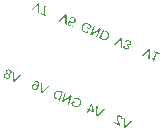
<source format=gbr>
G04 EAGLE Gerber RS-274X export*
G75*
%MOMM*%
%FSLAX34Y34*%
%LPD*%
%INSilkscreen Bottom*%
%IPPOS*%
%AMOC8*
5,1,8,0,0,1.08239X$1,22.5*%
G01*
G04 Define Apertures*
G36*
X-89680Y-163978D02*
X-93824Y-162262D01*
X-92443Y-158239D01*
X-91532Y-158616D01*
X-91424Y-158816D01*
X-91307Y-158995D01*
X-91182Y-159153D01*
X-91048Y-159290D01*
X-90903Y-159411D01*
X-90746Y-159520D01*
X-90576Y-159616D01*
X-90393Y-159700D01*
X-90214Y-159767D01*
X-90039Y-159816D01*
X-89867Y-159848D01*
X-89699Y-159864D01*
X-89535Y-159862D01*
X-89375Y-159843D01*
X-89219Y-159806D01*
X-89066Y-159753D01*
X-88921Y-159684D01*
X-88785Y-159602D01*
X-88659Y-159505D01*
X-88543Y-159395D01*
X-88437Y-159272D01*
X-88341Y-159134D01*
X-88255Y-158983D01*
X-88179Y-158817D01*
X-88106Y-158622D01*
X-88050Y-158432D01*
X-88012Y-158247D01*
X-87992Y-158067D01*
X-87989Y-157892D01*
X-88005Y-157722D01*
X-88037Y-157557D01*
X-88088Y-157397D01*
X-88155Y-157245D01*
X-88238Y-157103D01*
X-88337Y-156971D01*
X-88453Y-156848D01*
X-88584Y-156736D01*
X-88732Y-156634D01*
X-88895Y-156541D01*
X-89075Y-156458D01*
X-89372Y-156355D01*
X-89655Y-156297D01*
X-89923Y-156285D01*
X-90176Y-156319D01*
X-90414Y-156398D01*
X-90637Y-156524D01*
X-90845Y-156695D01*
X-91038Y-156912D01*
X-91935Y-156413D01*
X-91802Y-156229D01*
X-91659Y-156062D01*
X-91507Y-155915D01*
X-91346Y-155786D01*
X-91176Y-155675D01*
X-90996Y-155582D01*
X-90808Y-155508D01*
X-90610Y-155453D01*
X-90404Y-155416D01*
X-90192Y-155398D01*
X-89973Y-155399D01*
X-89747Y-155419D01*
X-89515Y-155458D01*
X-89277Y-155516D01*
X-89032Y-155593D01*
X-88780Y-155689D01*
X-88489Y-155822D01*
X-88223Y-155969D01*
X-87981Y-156129D01*
X-87766Y-156303D01*
X-87575Y-156492D01*
X-87409Y-156694D01*
X-87269Y-156909D01*
X-87153Y-157139D01*
X-87064Y-157379D01*
X-87003Y-157625D01*
X-86970Y-157878D01*
X-86964Y-158137D01*
X-86986Y-158403D01*
X-87036Y-158675D01*
X-87114Y-158954D01*
X-87220Y-159239D01*
X-87332Y-159482D01*
X-87460Y-159705D01*
X-87602Y-159908D01*
X-87760Y-160091D01*
X-87933Y-160254D01*
X-88120Y-160396D01*
X-88323Y-160518D01*
X-88540Y-160619D01*
X-88768Y-160698D01*
X-89001Y-160752D01*
X-89240Y-160780D01*
X-89485Y-160783D01*
X-89734Y-160760D01*
X-89990Y-160712D01*
X-90251Y-160639D01*
X-90517Y-160540D01*
X-90734Y-160442D01*
X-90936Y-160332D01*
X-91123Y-160212D01*
X-91295Y-160082D01*
X-91452Y-159940D01*
X-91593Y-159788D01*
X-91719Y-159625D01*
X-91830Y-159451D01*
X-92648Y-161822D01*
X-89352Y-163187D01*
X-89680Y-163978D01*
G37*
G36*
X-94756Y-161875D02*
X-95796Y-161445D01*
X-95678Y-155481D01*
X-95579Y-154013D01*
X-96547Y-155121D01*
X-100691Y-159417D01*
X-101731Y-158987D01*
X-95736Y-152929D01*
X-94712Y-153353D01*
X-94756Y-161875D01*
G37*
G36*
X-144607Y-207884D02*
X-144860Y-207871D01*
X-145122Y-207833D01*
X-145392Y-207772D01*
X-145672Y-207686D01*
X-145959Y-207577D01*
X-146247Y-207448D01*
X-146510Y-207308D01*
X-146748Y-207158D01*
X-146962Y-206997D01*
X-147150Y-206826D01*
X-147314Y-206645D01*
X-147453Y-206453D01*
X-147568Y-206251D01*
X-147657Y-206040D01*
X-147720Y-205824D01*
X-147758Y-205603D01*
X-147769Y-205376D01*
X-147755Y-205143D01*
X-147715Y-204905D01*
X-147649Y-204661D01*
X-147558Y-204412D01*
X-147479Y-204238D01*
X-147391Y-204077D01*
X-147294Y-203929D01*
X-147188Y-203793D01*
X-146949Y-203559D01*
X-146674Y-203375D01*
X-146647Y-203364D01*
X-146371Y-203247D01*
X-146048Y-203180D01*
X-145879Y-203170D01*
X-145705Y-203176D01*
X-145526Y-203196D01*
X-145342Y-203233D01*
X-145333Y-203212D01*
X-145584Y-203013D01*
X-145785Y-202784D01*
X-145929Y-202537D01*
X-145936Y-202525D01*
X-146038Y-202235D01*
X-146089Y-201929D01*
X-146088Y-201622D01*
X-146036Y-201312D01*
X-145932Y-201000D01*
X-145835Y-200794D01*
X-145724Y-200606D01*
X-145597Y-200438D01*
X-145456Y-200290D01*
X-145299Y-200160D01*
X-145128Y-200050D01*
X-144942Y-199959D01*
X-144741Y-199887D01*
X-144529Y-199836D01*
X-144309Y-199806D01*
X-144082Y-199798D01*
X-143847Y-199812D01*
X-143604Y-199847D01*
X-143354Y-199905D01*
X-143097Y-199983D01*
X-142831Y-200084D01*
X-142579Y-200198D01*
X-142346Y-200323D01*
X-142134Y-200458D01*
X-141941Y-200604D01*
X-141769Y-200761D01*
X-141617Y-200928D01*
X-141484Y-201106D01*
X-141372Y-201295D01*
X-141282Y-201489D01*
X-141215Y-201686D01*
X-141171Y-201884D01*
X-141151Y-202085D01*
X-141155Y-202287D01*
X-141183Y-202490D01*
X-141233Y-202696D01*
X-141308Y-202903D01*
X-141455Y-203197D01*
X-141637Y-203454D01*
X-141853Y-203672D01*
X-142104Y-203852D01*
X-142380Y-203987D01*
X-142670Y-204068D01*
X-142975Y-204095D01*
X-143294Y-204069D01*
X-143302Y-204089D01*
X-143160Y-204186D01*
X-143030Y-204291D01*
X-142806Y-204529D01*
X-142629Y-204802D01*
X-142502Y-205112D01*
X-142429Y-205444D01*
X-142417Y-205612D01*
X-142420Y-205782D01*
X-142439Y-205954D01*
X-142474Y-206128D01*
X-142524Y-206304D01*
X-142590Y-206482D01*
X-142703Y-206725D01*
X-142830Y-206945D01*
X-142972Y-207142D01*
X-143129Y-207316D01*
X-143300Y-207467D01*
X-143486Y-207595D01*
X-143686Y-207700D01*
X-143901Y-207781D01*
X-144128Y-207839D01*
X-144363Y-207874D01*
X-144607Y-207884D01*
G37*
%LPC*%
G36*
X-144809Y-207063D02*
X-144656Y-207051D01*
X-144511Y-207022D01*
X-144372Y-206976D01*
X-144241Y-206913D01*
X-144116Y-206833D01*
X-143999Y-206737D01*
X-143889Y-206624D01*
X-143786Y-206495D01*
X-143690Y-206348D01*
X-143602Y-206185D01*
X-143520Y-206006D01*
X-143461Y-205846D01*
X-143418Y-205689D01*
X-143392Y-205536D01*
X-143381Y-205387D01*
X-143386Y-205241D01*
X-143407Y-205098D01*
X-143498Y-204824D01*
X-143649Y-204572D01*
X-143747Y-204457D01*
X-143859Y-204349D01*
X-143985Y-204250D01*
X-144126Y-204157D01*
X-144282Y-204073D01*
X-144452Y-203995D01*
X-144805Y-203874D01*
X-145135Y-203813D01*
X-145443Y-203812D01*
X-145727Y-203870D01*
X-145859Y-203922D01*
X-145984Y-203990D01*
X-146099Y-204073D01*
X-146207Y-204172D01*
X-146306Y-204287D01*
X-146397Y-204417D01*
X-146480Y-204563D01*
X-146554Y-204725D01*
X-146628Y-204920D01*
X-146684Y-205106D01*
X-146724Y-205283D01*
X-146746Y-205452D01*
X-146751Y-205612D01*
X-146739Y-205764D01*
X-146709Y-205906D01*
X-146662Y-206041D01*
X-146599Y-206167D01*
X-146518Y-206287D01*
X-146421Y-206401D01*
X-146306Y-206509D01*
X-146175Y-206610D01*
X-146027Y-206704D01*
X-145862Y-206793D01*
X-145681Y-206875D01*
X-145492Y-206946D01*
X-145311Y-207000D01*
X-145136Y-207038D01*
X-144969Y-207059D01*
X-144809Y-207063D01*
G37*
G36*
X-143565Y-203448D02*
X-143290Y-203442D01*
X-143035Y-203379D01*
X-142805Y-203260D01*
X-142603Y-203086D01*
X-142430Y-202856D01*
X-142354Y-202721D01*
X-142286Y-202571D01*
X-142187Y-202273D01*
X-142148Y-201996D01*
X-142168Y-201739D01*
X-142246Y-201502D01*
X-142381Y-201287D01*
X-142572Y-201095D01*
X-142818Y-200925D01*
X-143119Y-200777D01*
X-143444Y-200665D01*
X-143744Y-200609D01*
X-144017Y-200609D01*
X-144263Y-200665D01*
X-144484Y-200778D01*
X-144677Y-200946D01*
X-144845Y-201171D01*
X-144986Y-201452D01*
X-145095Y-201777D01*
X-145127Y-201928D01*
X-145142Y-202072D01*
X-145142Y-202209D01*
X-145126Y-202338D01*
X-145095Y-202460D01*
X-145048Y-202575D01*
X-144912Y-202787D01*
X-144720Y-202977D01*
X-144474Y-203146D01*
X-144173Y-203293D01*
X-143859Y-203398D01*
X-143565Y-203448D01*
G37*
%LPD*%
G36*
X-138916Y-210374D02*
X-139940Y-209949D01*
X-139895Y-201428D01*
X-138855Y-201858D01*
X-138974Y-207822D01*
X-139073Y-209290D01*
X-138105Y-208182D01*
X-133961Y-203886D01*
X-132921Y-204316D01*
X-138916Y-210374D01*
G37*
G36*
X-118223Y-152155D02*
X-119263Y-151725D01*
X-119144Y-145761D01*
X-119045Y-144292D01*
X-120014Y-145401D01*
X-124157Y-149697D01*
X-125197Y-149267D01*
X-119203Y-143209D01*
X-118178Y-143633D01*
X-118223Y-152155D01*
G37*
G36*
X-112810Y-154397D02*
X-117627Y-152402D01*
X-117299Y-151611D01*
X-113383Y-153233D01*
X-113622Y-151989D01*
X-113785Y-150845D01*
X-113839Y-150311D01*
X-113874Y-149801D01*
X-113891Y-149316D01*
X-113888Y-148856D01*
X-113868Y-148415D01*
X-113831Y-147986D01*
X-113778Y-147569D01*
X-113708Y-147165D01*
X-113622Y-146773D01*
X-113518Y-146393D01*
X-113399Y-146025D01*
X-113262Y-145670D01*
X-112290Y-146073D01*
X-112482Y-146579D01*
X-112643Y-147088D01*
X-112771Y-147602D01*
X-112867Y-148118D01*
X-112933Y-148644D01*
X-112972Y-149186D01*
X-112984Y-149742D01*
X-112967Y-150314D01*
X-112916Y-150956D01*
X-112820Y-151725D01*
X-112681Y-152620D01*
X-112497Y-153642D01*
X-112810Y-154397D01*
G37*
G36*
X-24357Y-191036D02*
X-25397Y-190605D01*
X-25278Y-184641D01*
X-25179Y-183173D01*
X-26147Y-184281D01*
X-30291Y-188578D01*
X-31331Y-188147D01*
X-25337Y-182090D01*
X-24312Y-182514D01*
X-24357Y-191036D01*
G37*
G36*
X-20703Y-192549D02*
X-21562Y-192194D01*
X-22794Y-190295D01*
X-22430Y-189416D01*
X-21271Y-191272D01*
X-18948Y-185663D01*
X-20805Y-184894D01*
X-20477Y-184102D01*
X-15909Y-185995D01*
X-16237Y-186786D01*
X-18011Y-186051D01*
X-20703Y-192549D01*
G37*
G36*
X-43640Y-182942D02*
X-43875Y-182929D01*
X-44119Y-182893D01*
X-44372Y-182835D01*
X-44633Y-182755D01*
X-44903Y-182653D01*
X-45145Y-182543D01*
X-45369Y-182423D01*
X-45575Y-182292D01*
X-45763Y-182149D01*
X-45934Y-181996D01*
X-46086Y-181832D01*
X-46221Y-181657D01*
X-46338Y-181470D01*
X-46434Y-181276D01*
X-46509Y-181077D01*
X-46563Y-180872D01*
X-46594Y-180661D01*
X-46604Y-180445D01*
X-46591Y-180224D01*
X-46557Y-179998D01*
X-46501Y-179766D01*
X-45535Y-180082D01*
X-45596Y-180374D01*
X-45604Y-180650D01*
X-45559Y-180910D01*
X-45461Y-181155D01*
X-45314Y-181378D01*
X-45120Y-181573D01*
X-44881Y-181742D01*
X-44596Y-181883D01*
X-44269Y-181993D01*
X-43967Y-182044D01*
X-43688Y-182036D01*
X-43434Y-181967D01*
X-43207Y-181845D01*
X-43010Y-181674D01*
X-42843Y-181454D01*
X-42707Y-181186D01*
X-42654Y-181040D01*
X-42618Y-180896D01*
X-42598Y-180755D01*
X-42595Y-180617D01*
X-42608Y-180481D01*
X-42638Y-180347D01*
X-42746Y-180088D01*
X-42918Y-179846D01*
X-43150Y-179627D01*
X-43443Y-179433D01*
X-43795Y-179262D01*
X-44303Y-179052D01*
X-43968Y-178245D01*
X-43440Y-178464D01*
X-43025Y-178611D01*
X-42643Y-178696D01*
X-42465Y-178715D01*
X-42295Y-178718D01*
X-42134Y-178706D01*
X-41980Y-178678D01*
X-41837Y-178635D01*
X-41704Y-178578D01*
X-41582Y-178506D01*
X-41472Y-178421D01*
X-41372Y-178322D01*
X-41283Y-178208D01*
X-41205Y-178080D01*
X-41138Y-177939D01*
X-41076Y-177771D01*
X-41030Y-177608D01*
X-41002Y-177450D01*
X-40990Y-177298D01*
X-40995Y-177152D01*
X-41017Y-177010D01*
X-41056Y-176874D01*
X-41112Y-176743D01*
X-41269Y-176501D01*
X-41481Y-176286D01*
X-41749Y-176098D01*
X-42073Y-175939D01*
X-42413Y-175822D01*
X-42732Y-175761D01*
X-43029Y-175756D01*
X-43305Y-175807D01*
X-43560Y-175915D01*
X-43794Y-176079D01*
X-44006Y-176298D01*
X-44197Y-176574D01*
X-45123Y-176088D01*
X-44986Y-175867D01*
X-44838Y-175668D01*
X-44679Y-175492D01*
X-44510Y-175337D01*
X-44330Y-175203D01*
X-44140Y-175092D01*
X-43939Y-175003D01*
X-43728Y-174935D01*
X-43507Y-174890D01*
X-43279Y-174865D01*
X-43044Y-174862D01*
X-42801Y-174881D01*
X-42551Y-174920D01*
X-42293Y-174982D01*
X-42027Y-175064D01*
X-41754Y-175168D01*
X-41469Y-175296D01*
X-41208Y-175435D01*
X-40971Y-175584D01*
X-40759Y-175743D01*
X-40570Y-175912D01*
X-40407Y-176091D01*
X-40267Y-176281D01*
X-40152Y-176480D01*
X-40062Y-176688D01*
X-39998Y-176902D01*
X-39959Y-177121D01*
X-39947Y-177347D01*
X-39961Y-177578D01*
X-40000Y-177816D01*
X-40066Y-178059D01*
X-40158Y-178308D01*
X-40235Y-178476D01*
X-40324Y-178631D01*
X-40425Y-178772D01*
X-40536Y-178900D01*
X-40658Y-179015D01*
X-40792Y-179116D01*
X-40937Y-179204D01*
X-41093Y-179279D01*
X-41258Y-179339D01*
X-41429Y-179382D01*
X-41607Y-179409D01*
X-41791Y-179420D01*
X-41982Y-179415D01*
X-42179Y-179393D01*
X-42382Y-179354D01*
X-42593Y-179300D01*
X-42601Y-179321D01*
X-42290Y-179561D01*
X-42038Y-179818D01*
X-41845Y-180092D01*
X-41711Y-180383D01*
X-41637Y-180689D01*
X-41624Y-180847D01*
X-41626Y-181007D01*
X-41644Y-181171D01*
X-41677Y-181338D01*
X-41726Y-181508D01*
X-41791Y-181681D01*
X-41892Y-181898D01*
X-42007Y-182095D01*
X-42136Y-182272D01*
X-42278Y-182428D01*
X-42435Y-182564D01*
X-42605Y-182680D01*
X-42789Y-182775D01*
X-42987Y-182849D01*
X-43196Y-182903D01*
X-43414Y-182934D01*
X-43640Y-182942D01*
G37*
G36*
X-47823Y-181316D02*
X-48863Y-180885D01*
X-48745Y-174921D01*
X-48646Y-173453D01*
X-49614Y-174561D01*
X-53758Y-178858D01*
X-54797Y-178427D01*
X-48803Y-172369D01*
X-47779Y-172794D01*
X-47823Y-181316D01*
G37*
G36*
X-76246Y-236332D02*
X-77126Y-235968D01*
X-76442Y-234317D01*
X-77467Y-233893D01*
X-77162Y-233159D01*
X-76138Y-233583D01*
X-74107Y-228678D01*
X-73129Y-229083D01*
X-71828Y-235380D01*
X-72128Y-236105D01*
X-75563Y-234682D01*
X-76246Y-236332D01*
G37*
%LPC*%
G36*
X-72682Y-235014D02*
X-72722Y-234877D01*
X-72843Y-234378D01*
X-73570Y-230852D01*
X-73631Y-230427D01*
X-73662Y-230093D01*
X-75259Y-233947D01*
X-72682Y-235014D01*
G37*
%LPD*%
G36*
X-68516Y-239534D02*
X-69540Y-239110D01*
X-69496Y-230588D01*
X-68456Y-231019D01*
X-68574Y-236983D01*
X-68673Y-238451D01*
X-67705Y-237343D01*
X-63561Y-233046D01*
X-62522Y-233477D01*
X-68516Y-239534D01*
G37*
G36*
X-45049Y-249254D02*
X-46074Y-248830D01*
X-46029Y-240308D01*
X-44989Y-240739D01*
X-45108Y-246703D01*
X-45207Y-248171D01*
X-44239Y-247063D01*
X-40095Y-242766D01*
X-39055Y-243197D01*
X-45049Y-249254D01*
G37*
G36*
X-49634Y-247355D02*
X-54461Y-245356D01*
X-54134Y-244564D01*
X-50331Y-246139D01*
X-50345Y-245919D01*
X-50382Y-245686D01*
X-50443Y-245438D01*
X-50526Y-245177D01*
X-50767Y-244591D01*
X-51110Y-243908D01*
X-51700Y-242768D01*
X-51900Y-242338D01*
X-52036Y-242002D01*
X-52129Y-241719D01*
X-52198Y-241444D01*
X-52244Y-241180D01*
X-52266Y-240925D01*
X-52264Y-240680D01*
X-52237Y-240445D01*
X-52186Y-240218D01*
X-52110Y-240002D01*
X-52005Y-239773D01*
X-51886Y-239566D01*
X-51755Y-239380D01*
X-51611Y-239215D01*
X-51454Y-239072D01*
X-51284Y-238950D01*
X-51102Y-238849D01*
X-50906Y-238770D01*
X-50700Y-238713D01*
X-50484Y-238678D01*
X-50259Y-238667D01*
X-50025Y-238678D01*
X-49781Y-238712D01*
X-49529Y-238769D01*
X-49267Y-238849D01*
X-48996Y-238952D01*
X-48754Y-239062D01*
X-48531Y-239183D01*
X-48325Y-239315D01*
X-48137Y-239459D01*
X-47968Y-239615D01*
X-47816Y-239782D01*
X-47683Y-239960D01*
X-47568Y-240150D01*
X-47472Y-240347D01*
X-47398Y-240549D01*
X-47346Y-240755D01*
X-47314Y-240965D01*
X-47304Y-241180D01*
X-47315Y-241399D01*
X-47348Y-241622D01*
X-47402Y-241849D01*
X-48390Y-241543D01*
X-48330Y-241244D01*
X-48322Y-240962D01*
X-48368Y-240697D01*
X-48467Y-240447D01*
X-48614Y-240220D01*
X-48804Y-240023D01*
X-49037Y-239856D01*
X-49313Y-239718D01*
X-49618Y-239616D01*
X-49905Y-239569D01*
X-50175Y-239579D01*
X-50428Y-239644D01*
X-50658Y-239762D01*
X-50857Y-239933D01*
X-51027Y-240155D01*
X-51166Y-240429D01*
X-51243Y-240651D01*
X-51290Y-240872D01*
X-51306Y-241092D01*
X-51292Y-241311D01*
X-51254Y-241530D01*
X-51198Y-241752D01*
X-51035Y-242205D01*
X-50816Y-242671D01*
X-50558Y-243154D01*
X-50283Y-243660D01*
X-50016Y-244194D01*
X-49771Y-244761D01*
X-49564Y-245363D01*
X-49481Y-245679D01*
X-49419Y-246007D01*
X-49380Y-246347D01*
X-49362Y-246698D01*
X-49634Y-247355D01*
G37*
G36*
X-121436Y-217467D02*
X-121722Y-217466D01*
X-122014Y-217429D01*
X-122312Y-217356D01*
X-122617Y-217246D01*
X-122881Y-217125D01*
X-123121Y-216988D01*
X-123338Y-216838D01*
X-123531Y-216672D01*
X-123701Y-216492D01*
X-123847Y-216297D01*
X-123970Y-216087D01*
X-124069Y-215863D01*
X-124143Y-215628D01*
X-124192Y-215385D01*
X-124215Y-215136D01*
X-124211Y-214879D01*
X-124182Y-214616D01*
X-124128Y-214345D01*
X-124047Y-214067D01*
X-123940Y-213782D01*
X-123824Y-213527D01*
X-123694Y-213292D01*
X-123551Y-213079D01*
X-123396Y-212887D01*
X-123227Y-212716D01*
X-123046Y-212566D01*
X-122852Y-212438D01*
X-122645Y-212331D01*
X-122429Y-212247D01*
X-122208Y-212188D01*
X-121983Y-212155D01*
X-121752Y-212146D01*
X-121517Y-212163D01*
X-121277Y-212204D01*
X-121032Y-212271D01*
X-120782Y-212363D01*
X-120500Y-212498D01*
X-120246Y-212657D01*
X-120023Y-212839D01*
X-119829Y-213046D01*
X-119668Y-213273D01*
X-119545Y-213517D01*
X-119460Y-213779D01*
X-119412Y-214058D01*
X-119277Y-213714D01*
X-119165Y-213385D01*
X-119075Y-213071D01*
X-119007Y-212772D01*
X-118961Y-212488D01*
X-118938Y-212219D01*
X-118937Y-211966D01*
X-118958Y-211727D01*
X-119001Y-211506D01*
X-119065Y-211303D01*
X-119149Y-211118D01*
X-119255Y-210952D01*
X-119381Y-210805D01*
X-119528Y-210676D01*
X-119696Y-210566D01*
X-119885Y-210474D01*
X-120112Y-210396D01*
X-120330Y-210355D01*
X-120539Y-210349D01*
X-120740Y-210380D01*
X-120932Y-210447D01*
X-121114Y-210551D01*
X-121288Y-210691D01*
X-121454Y-210867D01*
X-122277Y-210338D01*
X-122006Y-210042D01*
X-121717Y-209808D01*
X-121408Y-209637D01*
X-121081Y-209528D01*
X-120910Y-209497D01*
X-120735Y-209481D01*
X-120554Y-209481D01*
X-120370Y-209497D01*
X-120180Y-209528D01*
X-119985Y-209574D01*
X-119786Y-209637D01*
X-119582Y-209714D01*
X-119285Y-209856D01*
X-119018Y-210022D01*
X-118783Y-210212D01*
X-118579Y-210427D01*
X-118406Y-210666D01*
X-118263Y-210929D01*
X-118152Y-211216D01*
X-118072Y-211528D01*
X-118024Y-211861D01*
X-118009Y-212212D01*
X-118026Y-212583D01*
X-118075Y-212972D01*
X-118157Y-213380D01*
X-118272Y-213807D01*
X-118419Y-214252D01*
X-118599Y-214716D01*
X-118785Y-215136D01*
X-118980Y-215521D01*
X-119185Y-215872D01*
X-119400Y-216189D01*
X-119624Y-216471D01*
X-119858Y-216719D01*
X-120102Y-216932D01*
X-120355Y-217110D01*
X-120616Y-217254D01*
X-120883Y-217361D01*
X-121156Y-217432D01*
X-121436Y-217467D01*
G37*
%LPC*%
G36*
X-121788Y-216622D02*
X-121627Y-216620D01*
X-121465Y-216598D01*
X-121305Y-216556D01*
X-121144Y-216495D01*
X-120984Y-216413D01*
X-120829Y-216314D01*
X-120683Y-216201D01*
X-120545Y-216072D01*
X-120417Y-215928D01*
X-120298Y-215770D01*
X-120188Y-215596D01*
X-120087Y-215408D01*
X-119995Y-215204D01*
X-119934Y-215039D01*
X-119890Y-214878D01*
X-119861Y-214721D01*
X-119849Y-214567D01*
X-119853Y-214417D01*
X-119873Y-214271D01*
X-119910Y-214129D01*
X-119962Y-213991D01*
X-120110Y-213735D01*
X-120308Y-213513D01*
X-120426Y-213416D01*
X-120557Y-213327D01*
X-120701Y-213246D01*
X-120858Y-213174D01*
X-121029Y-213111D01*
X-121196Y-213065D01*
X-121360Y-213037D01*
X-121519Y-213026D01*
X-121675Y-213032D01*
X-121826Y-213056D01*
X-121973Y-213097D01*
X-122117Y-213156D01*
X-122255Y-213231D01*
X-122385Y-213323D01*
X-122508Y-213431D01*
X-122623Y-213555D01*
X-122731Y-213696D01*
X-122832Y-213853D01*
X-122925Y-214026D01*
X-123011Y-214216D01*
X-123085Y-214411D01*
X-123142Y-214601D01*
X-123183Y-214784D01*
X-123208Y-214963D01*
X-123216Y-215135D01*
X-123208Y-215302D01*
X-123184Y-215463D01*
X-123143Y-215619D01*
X-123087Y-215767D01*
X-123016Y-215904D01*
X-122930Y-216031D01*
X-122829Y-216147D01*
X-122713Y-216253D01*
X-122582Y-216349D01*
X-122436Y-216434D01*
X-122275Y-216509D01*
X-122113Y-216566D01*
X-121950Y-216604D01*
X-121788Y-216622D01*
G37*
%LPD*%
G36*
X-115449Y-220094D02*
X-116473Y-219670D01*
X-116429Y-211148D01*
X-115389Y-211578D01*
X-115507Y-217542D01*
X-115606Y-219010D01*
X-114638Y-217902D01*
X-110495Y-213606D01*
X-109455Y-214036D01*
X-115449Y-220094D01*
G37*
G36*
X-62300Y-174894D02*
X-62698Y-174883D01*
X-63110Y-174831D01*
X-63537Y-174739D01*
X-63979Y-174607D01*
X-64435Y-174435D01*
X-66846Y-173436D01*
X-63826Y-166147D01*
X-61100Y-167276D01*
X-60843Y-167391D01*
X-60599Y-167516D01*
X-60369Y-167653D01*
X-60153Y-167800D01*
X-59950Y-167958D01*
X-59761Y-168127D01*
X-59585Y-168307D01*
X-59423Y-168498D01*
X-59277Y-168698D01*
X-59146Y-168905D01*
X-59033Y-169120D01*
X-58936Y-169343D01*
X-58855Y-169573D01*
X-58791Y-169811D01*
X-58744Y-170057D01*
X-58713Y-170310D01*
X-58700Y-170569D01*
X-58704Y-170830D01*
X-58725Y-171095D01*
X-58763Y-171363D01*
X-58819Y-171634D01*
X-58892Y-171908D01*
X-58983Y-172186D01*
X-59091Y-172466D01*
X-59279Y-172875D01*
X-59489Y-173247D01*
X-59719Y-173582D01*
X-59971Y-173878D01*
X-60244Y-174138D01*
X-60539Y-174359D01*
X-60854Y-174544D01*
X-61192Y-174690D01*
X-61547Y-174798D01*
X-61916Y-174866D01*
X-62300Y-174894D01*
G37*
%LPC*%
G36*
X-62513Y-173978D02*
X-62225Y-173954D01*
X-61948Y-173900D01*
X-61683Y-173814D01*
X-61431Y-173698D01*
X-61194Y-173553D01*
X-60972Y-173377D01*
X-60765Y-173172D01*
X-60573Y-172937D01*
X-60395Y-172673D01*
X-60232Y-172379D01*
X-60085Y-172055D01*
X-59925Y-171611D01*
X-59818Y-171180D01*
X-59764Y-170762D01*
X-59763Y-170357D01*
X-59815Y-169971D01*
X-59918Y-169608D01*
X-60072Y-169270D01*
X-60277Y-168956D01*
X-60530Y-168671D01*
X-60824Y-168421D01*
X-61162Y-168204D01*
X-61541Y-168021D01*
X-63166Y-167348D01*
X-65530Y-173054D01*
X-64128Y-173635D01*
X-63781Y-173765D01*
X-63447Y-173865D01*
X-63124Y-173933D01*
X-62813Y-173971D01*
X-62513Y-173978D01*
G37*
%LPD*%
G36*
X-68578Y-172719D02*
X-69468Y-172350D01*
X-67488Y-167570D01*
X-67226Y-166981D01*
X-66817Y-166126D01*
X-73348Y-170743D01*
X-74497Y-170267D01*
X-71477Y-162978D01*
X-70597Y-163342D01*
X-72603Y-168185D01*
X-72987Y-169038D01*
X-73221Y-169529D01*
X-66748Y-164936D01*
X-65558Y-165429D01*
X-68578Y-172719D01*
G37*
G36*
X-77580Y-168751D02*
X-77824Y-168747D01*
X-78078Y-168724D01*
X-78340Y-168683D01*
X-78612Y-168623D01*
X-78892Y-168544D01*
X-79181Y-168447D01*
X-79479Y-168331D01*
X-79892Y-168142D01*
X-80267Y-167933D01*
X-80606Y-167704D01*
X-80909Y-167454D01*
X-81174Y-167183D01*
X-81403Y-166893D01*
X-81596Y-166582D01*
X-81751Y-166250D01*
X-81868Y-165902D01*
X-81946Y-165541D01*
X-81982Y-165168D01*
X-81979Y-164781D01*
X-81936Y-164382D01*
X-81853Y-163970D01*
X-81729Y-163546D01*
X-81565Y-163109D01*
X-81440Y-162826D01*
X-81306Y-162559D01*
X-81161Y-162307D01*
X-81007Y-162071D01*
X-80843Y-161849D01*
X-80670Y-161642D01*
X-80487Y-161451D01*
X-80293Y-161274D01*
X-80092Y-161114D01*
X-79883Y-160972D01*
X-79668Y-160847D01*
X-79445Y-160740D01*
X-79216Y-160650D01*
X-78979Y-160578D01*
X-78736Y-160524D01*
X-78485Y-160487D01*
X-78229Y-160468D01*
X-77969Y-160467D01*
X-77705Y-160485D01*
X-77437Y-160521D01*
X-77165Y-160575D01*
X-76889Y-160648D01*
X-76609Y-160739D01*
X-76325Y-160848D01*
X-75851Y-161068D01*
X-75411Y-161321D01*
X-75006Y-161608D01*
X-74636Y-161927D01*
X-74305Y-162273D01*
X-74022Y-162638D01*
X-73784Y-163023D01*
X-73594Y-163428D01*
X-74635Y-165943D01*
X-77724Y-164663D01*
X-77381Y-163836D01*
X-75203Y-164738D01*
X-74659Y-163424D01*
X-74792Y-163162D01*
X-74962Y-162907D01*
X-75170Y-162659D01*
X-75415Y-162419D01*
X-75691Y-162194D01*
X-75990Y-161990D01*
X-76312Y-161809D01*
X-76658Y-161650D01*
X-76967Y-161536D01*
X-77270Y-161455D01*
X-77567Y-161405D01*
X-77857Y-161388D01*
X-78140Y-161402D01*
X-78416Y-161448D01*
X-78686Y-161527D01*
X-78950Y-161637D01*
X-79202Y-161777D01*
X-79440Y-161945D01*
X-79664Y-162140D01*
X-79872Y-162362D01*
X-80067Y-162611D01*
X-80246Y-162888D01*
X-80411Y-163193D01*
X-80562Y-163524D01*
X-80691Y-163866D01*
X-80791Y-164196D01*
X-80862Y-164515D01*
X-80905Y-164824D01*
X-80918Y-165122D01*
X-80902Y-165409D01*
X-80858Y-165685D01*
X-80785Y-165950D01*
X-80683Y-166202D01*
X-80552Y-166438D01*
X-80393Y-166657D01*
X-80206Y-166861D01*
X-79990Y-167048D01*
X-79745Y-167219D01*
X-79472Y-167374D01*
X-79171Y-167513D01*
X-78774Y-167656D01*
X-78396Y-167751D01*
X-78036Y-167795D01*
X-77695Y-167791D01*
X-77369Y-167735D01*
X-77055Y-167624D01*
X-76753Y-167459D01*
X-76464Y-167240D01*
X-75638Y-167910D01*
X-75835Y-168082D01*
X-76038Y-168235D01*
X-76244Y-168368D01*
X-76455Y-168482D01*
X-76671Y-168575D01*
X-76891Y-168649D01*
X-77115Y-168702D01*
X-77344Y-168736D01*
X-77580Y-168751D01*
G37*
G36*
X-100426Y-226317D02*
X-103153Y-225187D01*
X-103410Y-225073D01*
X-103653Y-224947D01*
X-103883Y-224811D01*
X-104099Y-224663D01*
X-104302Y-224505D01*
X-104491Y-224336D01*
X-104667Y-224156D01*
X-104829Y-223966D01*
X-104976Y-223766D01*
X-105106Y-223558D01*
X-105219Y-223343D01*
X-105316Y-223120D01*
X-105397Y-222890D01*
X-105461Y-222652D01*
X-105508Y-222406D01*
X-105539Y-222153D01*
X-105552Y-221895D01*
X-105549Y-221633D01*
X-105527Y-221368D01*
X-105489Y-221100D01*
X-105433Y-220829D01*
X-105360Y-220555D01*
X-105269Y-220278D01*
X-105161Y-219997D01*
X-104973Y-219588D01*
X-104764Y-219216D01*
X-104533Y-218882D01*
X-104281Y-218585D01*
X-104008Y-218326D01*
X-103713Y-218104D01*
X-103398Y-217920D01*
X-103061Y-217773D01*
X-102706Y-217665D01*
X-102336Y-217597D01*
X-101953Y-217569D01*
X-101554Y-217581D01*
X-101142Y-217633D01*
X-100715Y-217725D01*
X-100273Y-217856D01*
X-99817Y-218028D01*
X-97407Y-219027D01*
X-100426Y-226317D01*
G37*
%LPC*%
G36*
X-101086Y-225116D02*
X-98723Y-219409D01*
X-100125Y-218828D01*
X-100471Y-218698D01*
X-100805Y-218599D01*
X-101128Y-218530D01*
X-101439Y-218492D01*
X-101739Y-218485D01*
X-102027Y-218509D01*
X-102304Y-218564D01*
X-102569Y-218649D01*
X-102821Y-218765D01*
X-103058Y-218911D01*
X-103280Y-219086D01*
X-103487Y-219291D01*
X-103680Y-219526D01*
X-103857Y-219791D01*
X-104020Y-220085D01*
X-104168Y-220409D01*
X-104327Y-220852D01*
X-104434Y-221283D01*
X-104488Y-221701D01*
X-104489Y-222106D01*
X-104437Y-222493D01*
X-104335Y-222855D01*
X-104180Y-223193D01*
X-103975Y-223507D01*
X-103723Y-223792D01*
X-103428Y-224043D01*
X-103091Y-224260D01*
X-102711Y-224443D01*
X-101086Y-225116D01*
G37*
%LPD*%
G36*
X-92775Y-229486D02*
X-93655Y-229121D01*
X-91649Y-224279D01*
X-91265Y-223426D01*
X-91031Y-222934D01*
X-97504Y-227527D01*
X-98694Y-227034D01*
X-95674Y-219744D01*
X-94784Y-220113D01*
X-96765Y-224894D01*
X-97027Y-225482D01*
X-97435Y-226337D01*
X-90904Y-221720D01*
X-89756Y-222196D01*
X-92775Y-229486D01*
G37*
G36*
X-86283Y-231996D02*
X-86547Y-231978D01*
X-86815Y-231942D01*
X-87087Y-231888D01*
X-87363Y-231815D01*
X-87643Y-231725D01*
X-87927Y-231615D01*
X-88401Y-231395D01*
X-88841Y-231142D01*
X-89246Y-230856D01*
X-89617Y-230537D01*
X-89947Y-230191D01*
X-90230Y-229825D01*
X-90468Y-229440D01*
X-90658Y-229035D01*
X-89617Y-226521D01*
X-86528Y-227800D01*
X-86871Y-228628D01*
X-89049Y-227726D01*
X-89594Y-229040D01*
X-89461Y-229302D01*
X-89290Y-229556D01*
X-89082Y-229804D01*
X-88837Y-230044D01*
X-88561Y-230270D01*
X-88262Y-230473D01*
X-87940Y-230654D01*
X-87595Y-230813D01*
X-87285Y-230927D01*
X-86982Y-231009D01*
X-86685Y-231058D01*
X-86396Y-231076D01*
X-86112Y-231062D01*
X-85836Y-231015D01*
X-85566Y-230937D01*
X-85303Y-230826D01*
X-85050Y-230686D01*
X-84812Y-230519D01*
X-84589Y-230324D01*
X-84380Y-230102D01*
X-84185Y-229852D01*
X-84006Y-229575D01*
X-83841Y-229271D01*
X-83691Y-228939D01*
X-83561Y-228598D01*
X-83461Y-228268D01*
X-83390Y-227948D01*
X-83348Y-227639D01*
X-83334Y-227341D01*
X-83350Y-227054D01*
X-83394Y-226778D01*
X-83468Y-226513D01*
X-83570Y-226261D01*
X-83700Y-226026D01*
X-83859Y-225806D01*
X-84047Y-225603D01*
X-84263Y-225415D01*
X-84507Y-225244D01*
X-84780Y-225089D01*
X-85081Y-224951D01*
X-85478Y-224807D01*
X-85856Y-224713D01*
X-86216Y-224668D01*
X-86557Y-224673D01*
X-86883Y-224729D01*
X-87197Y-224839D01*
X-87499Y-225004D01*
X-87788Y-225223D01*
X-88614Y-224554D01*
X-88417Y-224381D01*
X-88215Y-224228D01*
X-88008Y-224095D01*
X-87797Y-223982D01*
X-87581Y-223888D01*
X-87362Y-223815D01*
X-87137Y-223761D01*
X-86908Y-223727D01*
X-86672Y-223712D01*
X-86428Y-223717D01*
X-86174Y-223739D01*
X-85912Y-223781D01*
X-85641Y-223841D01*
X-85360Y-223919D01*
X-85071Y-224017D01*
X-84773Y-224133D01*
X-84360Y-224321D01*
X-83985Y-224530D01*
X-83646Y-224760D01*
X-83343Y-225010D01*
X-83078Y-225280D01*
X-82849Y-225571D01*
X-82656Y-225882D01*
X-82501Y-226213D01*
X-82384Y-226561D01*
X-82307Y-226922D01*
X-82270Y-227296D01*
X-82273Y-227682D01*
X-82316Y-228081D01*
X-82400Y-228493D01*
X-82523Y-228918D01*
X-82687Y-229355D01*
X-82812Y-229637D01*
X-82946Y-229904D01*
X-83091Y-230156D01*
X-83245Y-230393D01*
X-83409Y-230615D01*
X-83582Y-230821D01*
X-83766Y-231013D01*
X-83959Y-231189D01*
X-84160Y-231349D01*
X-84369Y-231491D01*
X-84584Y-231616D01*
X-84807Y-231723D01*
X-85036Y-231813D01*
X-85273Y-231885D01*
X-85516Y-231940D01*
X-85767Y-231977D01*
X-86023Y-231995D01*
X-86283Y-231996D01*
G37*
M02*

</source>
